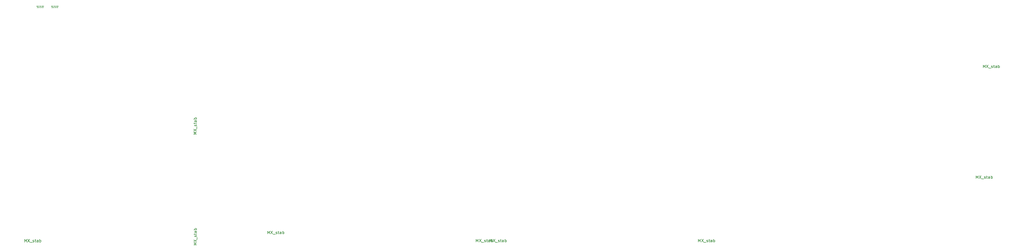
<source format=gbr>
%TF.GenerationSoftware,KiCad,Pcbnew,8.0.0*%
%TF.CreationDate,2024-12-21T07:53:57-08:00*%
%TF.ProjectId,Hampter3.1,48616d70-7465-4723-932e-312e6b696361,rev?*%
%TF.SameCoordinates,Original*%
%TF.FileFunction,Other,Comment*%
%FSLAX46Y46*%
G04 Gerber Fmt 4.6, Leading zero omitted, Abs format (unit mm)*
G04 Created by KiCad (PCBNEW 8.0.0) date 2024-12-21 07:53:57*
%MOMM*%
%LPD*%
G01*
G04 APERTURE LIST*
%ADD10C,0.150000*%
%ADD11C,0.030000*%
G04 APERTURE END LIST*
D10*
X190711346Y-254024835D02*
X189711346Y-254024835D01*
X189711346Y-254024835D02*
X190425631Y-253691502D01*
X190425631Y-253691502D02*
X189711346Y-253358169D01*
X189711346Y-253358169D02*
X190711346Y-253358169D01*
X189711346Y-252977216D02*
X190711346Y-252310550D01*
X189711346Y-252310550D02*
X190711346Y-252977216D01*
X190806584Y-252167693D02*
X190806584Y-251405788D01*
X190663727Y-251215311D02*
X190711346Y-251120073D01*
X190711346Y-251120073D02*
X190711346Y-250929597D01*
X190711346Y-250929597D02*
X190663727Y-250834359D01*
X190663727Y-250834359D02*
X190568488Y-250786740D01*
X190568488Y-250786740D02*
X190520869Y-250786740D01*
X190520869Y-250786740D02*
X190425631Y-250834359D01*
X190425631Y-250834359D02*
X190378012Y-250929597D01*
X190378012Y-250929597D02*
X190378012Y-251072454D01*
X190378012Y-251072454D02*
X190330393Y-251167692D01*
X190330393Y-251167692D02*
X190235155Y-251215311D01*
X190235155Y-251215311D02*
X190187536Y-251215311D01*
X190187536Y-251215311D02*
X190092298Y-251167692D01*
X190092298Y-251167692D02*
X190044679Y-251072454D01*
X190044679Y-251072454D02*
X190044679Y-250929597D01*
X190044679Y-250929597D02*
X190092298Y-250834359D01*
X190044679Y-250501025D02*
X190044679Y-250120073D01*
X189711346Y-250358168D02*
X190568488Y-250358168D01*
X190568488Y-250358168D02*
X190663727Y-250310549D01*
X190663727Y-250310549D02*
X190711346Y-250215311D01*
X190711346Y-250215311D02*
X190711346Y-250120073D01*
X190711346Y-249358168D02*
X190187536Y-249358168D01*
X190187536Y-249358168D02*
X190092298Y-249405787D01*
X190092298Y-249405787D02*
X190044679Y-249501025D01*
X190044679Y-249501025D02*
X190044679Y-249691501D01*
X190044679Y-249691501D02*
X190092298Y-249786739D01*
X190663727Y-249358168D02*
X190711346Y-249453406D01*
X190711346Y-249453406D02*
X190711346Y-249691501D01*
X190711346Y-249691501D02*
X190663727Y-249786739D01*
X190663727Y-249786739D02*
X190568488Y-249834358D01*
X190568488Y-249834358D02*
X190473250Y-249834358D01*
X190473250Y-249834358D02*
X190378012Y-249786739D01*
X190378012Y-249786739D02*
X190330393Y-249691501D01*
X190330393Y-249691501D02*
X190330393Y-249453406D01*
X190330393Y-249453406D02*
X190282774Y-249358168D01*
X190711346Y-248881977D02*
X189711346Y-248881977D01*
X190092298Y-248881977D02*
X190044679Y-248786739D01*
X190044679Y-248786739D02*
X190044679Y-248596263D01*
X190044679Y-248596263D02*
X190092298Y-248501025D01*
X190092298Y-248501025D02*
X190139917Y-248453406D01*
X190139917Y-248453406D02*
X190235155Y-248405787D01*
X190235155Y-248405787D02*
X190520869Y-248405787D01*
X190520869Y-248405787D02*
X190616107Y-248453406D01*
X190616107Y-248453406D02*
X190663727Y-248501025D01*
X190663727Y-248501025D02*
X190711346Y-248596263D01*
X190711346Y-248596263D02*
X190711346Y-248786739D01*
X190711346Y-248786739D02*
X190663727Y-248881977D01*
X286552034Y-253057819D02*
X286552034Y-252057819D01*
X286552034Y-252057819D02*
X286885367Y-252772104D01*
X286885367Y-252772104D02*
X287218700Y-252057819D01*
X287218700Y-252057819D02*
X287218700Y-253057819D01*
X287599653Y-252057819D02*
X288266319Y-253057819D01*
X288266319Y-252057819D02*
X287599653Y-253057819D01*
X288409177Y-253153057D02*
X289171081Y-253153057D01*
X289361558Y-253010200D02*
X289456796Y-253057819D01*
X289456796Y-253057819D02*
X289647272Y-253057819D01*
X289647272Y-253057819D02*
X289742510Y-253010200D01*
X289742510Y-253010200D02*
X289790129Y-252914961D01*
X289790129Y-252914961D02*
X289790129Y-252867342D01*
X289790129Y-252867342D02*
X289742510Y-252772104D01*
X289742510Y-252772104D02*
X289647272Y-252724485D01*
X289647272Y-252724485D02*
X289504415Y-252724485D01*
X289504415Y-252724485D02*
X289409177Y-252676866D01*
X289409177Y-252676866D02*
X289361558Y-252581628D01*
X289361558Y-252581628D02*
X289361558Y-252534009D01*
X289361558Y-252534009D02*
X289409177Y-252438771D01*
X289409177Y-252438771D02*
X289504415Y-252391152D01*
X289504415Y-252391152D02*
X289647272Y-252391152D01*
X289647272Y-252391152D02*
X289742510Y-252438771D01*
X290075844Y-252391152D02*
X290456796Y-252391152D01*
X290218701Y-252057819D02*
X290218701Y-252914961D01*
X290218701Y-252914961D02*
X290266320Y-253010200D01*
X290266320Y-253010200D02*
X290361558Y-253057819D01*
X290361558Y-253057819D02*
X290456796Y-253057819D01*
X291218701Y-253057819D02*
X291218701Y-252534009D01*
X291218701Y-252534009D02*
X291171082Y-252438771D01*
X291171082Y-252438771D02*
X291075844Y-252391152D01*
X291075844Y-252391152D02*
X290885368Y-252391152D01*
X290885368Y-252391152D02*
X290790130Y-252438771D01*
X291218701Y-253010200D02*
X291123463Y-253057819D01*
X291123463Y-253057819D02*
X290885368Y-253057819D01*
X290885368Y-253057819D02*
X290790130Y-253010200D01*
X290790130Y-253010200D02*
X290742511Y-252914961D01*
X290742511Y-252914961D02*
X290742511Y-252819723D01*
X290742511Y-252819723D02*
X290790130Y-252724485D01*
X290790130Y-252724485D02*
X290885368Y-252676866D01*
X290885368Y-252676866D02*
X291123463Y-252676866D01*
X291123463Y-252676866D02*
X291218701Y-252629247D01*
X291694892Y-253057819D02*
X291694892Y-252057819D01*
X291694892Y-252438771D02*
X291790130Y-252391152D01*
X291790130Y-252391152D02*
X291980606Y-252391152D01*
X291980606Y-252391152D02*
X292075844Y-252438771D01*
X292075844Y-252438771D02*
X292123463Y-252486390D01*
X292123463Y-252486390D02*
X292171082Y-252581628D01*
X292171082Y-252581628D02*
X292171082Y-252867342D01*
X292171082Y-252867342D02*
X292123463Y-252962580D01*
X292123463Y-252962580D02*
X292075844Y-253010200D01*
X292075844Y-253010200D02*
X291980606Y-253057819D01*
X291980606Y-253057819D02*
X291790130Y-253057819D01*
X291790130Y-253057819D02*
X291694892Y-253010200D01*
X131718657Y-253081909D02*
X131718657Y-252081909D01*
X131718657Y-252081909D02*
X132051990Y-252796194D01*
X132051990Y-252796194D02*
X132385323Y-252081909D01*
X132385323Y-252081909D02*
X132385323Y-253081909D01*
X132766276Y-252081909D02*
X133432942Y-253081909D01*
X133432942Y-252081909D02*
X132766276Y-253081909D01*
X133575800Y-253177147D02*
X134337704Y-253177147D01*
X134528181Y-253034290D02*
X134623419Y-253081909D01*
X134623419Y-253081909D02*
X134813895Y-253081909D01*
X134813895Y-253081909D02*
X134909133Y-253034290D01*
X134909133Y-253034290D02*
X134956752Y-252939051D01*
X134956752Y-252939051D02*
X134956752Y-252891432D01*
X134956752Y-252891432D02*
X134909133Y-252796194D01*
X134909133Y-252796194D02*
X134813895Y-252748575D01*
X134813895Y-252748575D02*
X134671038Y-252748575D01*
X134671038Y-252748575D02*
X134575800Y-252700956D01*
X134575800Y-252700956D02*
X134528181Y-252605718D01*
X134528181Y-252605718D02*
X134528181Y-252558099D01*
X134528181Y-252558099D02*
X134575800Y-252462861D01*
X134575800Y-252462861D02*
X134671038Y-252415242D01*
X134671038Y-252415242D02*
X134813895Y-252415242D01*
X134813895Y-252415242D02*
X134909133Y-252462861D01*
X135242467Y-252415242D02*
X135623419Y-252415242D01*
X135385324Y-252081909D02*
X135385324Y-252939051D01*
X135385324Y-252939051D02*
X135432943Y-253034290D01*
X135432943Y-253034290D02*
X135528181Y-253081909D01*
X135528181Y-253081909D02*
X135623419Y-253081909D01*
X136385324Y-253081909D02*
X136385324Y-252558099D01*
X136385324Y-252558099D02*
X136337705Y-252462861D01*
X136337705Y-252462861D02*
X136242467Y-252415242D01*
X136242467Y-252415242D02*
X136051991Y-252415242D01*
X136051991Y-252415242D02*
X135956753Y-252462861D01*
X136385324Y-253034290D02*
X136290086Y-253081909D01*
X136290086Y-253081909D02*
X136051991Y-253081909D01*
X136051991Y-253081909D02*
X135956753Y-253034290D01*
X135956753Y-253034290D02*
X135909134Y-252939051D01*
X135909134Y-252939051D02*
X135909134Y-252843813D01*
X135909134Y-252843813D02*
X135956753Y-252748575D01*
X135956753Y-252748575D02*
X136051991Y-252700956D01*
X136051991Y-252700956D02*
X136290086Y-252700956D01*
X136290086Y-252700956D02*
X136385324Y-252653337D01*
X136861515Y-253081909D02*
X136861515Y-252081909D01*
X136861515Y-252462861D02*
X136956753Y-252415242D01*
X136956753Y-252415242D02*
X137147229Y-252415242D01*
X137147229Y-252415242D02*
X137242467Y-252462861D01*
X137242467Y-252462861D02*
X137290086Y-252510480D01*
X137290086Y-252510480D02*
X137337705Y-252605718D01*
X137337705Y-252605718D02*
X137337705Y-252891432D01*
X137337705Y-252891432D02*
X137290086Y-252986670D01*
X137290086Y-252986670D02*
X137242467Y-253034290D01*
X137242467Y-253034290D02*
X137147229Y-253081909D01*
X137147229Y-253081909D02*
X136956753Y-253081909D01*
X136956753Y-253081909D02*
X136861515Y-253034290D01*
X457980073Y-231213819D02*
X457980073Y-230213819D01*
X457980073Y-230213819D02*
X458313406Y-230928104D01*
X458313406Y-230928104D02*
X458646739Y-230213819D01*
X458646739Y-230213819D02*
X458646739Y-231213819D01*
X459027692Y-230213819D02*
X459694358Y-231213819D01*
X459694358Y-230213819D02*
X459027692Y-231213819D01*
X459837216Y-231309057D02*
X460599120Y-231309057D01*
X460789597Y-231166200D02*
X460884835Y-231213819D01*
X460884835Y-231213819D02*
X461075311Y-231213819D01*
X461075311Y-231213819D02*
X461170549Y-231166200D01*
X461170549Y-231166200D02*
X461218168Y-231070961D01*
X461218168Y-231070961D02*
X461218168Y-231023342D01*
X461218168Y-231023342D02*
X461170549Y-230928104D01*
X461170549Y-230928104D02*
X461075311Y-230880485D01*
X461075311Y-230880485D02*
X460932454Y-230880485D01*
X460932454Y-230880485D02*
X460837216Y-230832866D01*
X460837216Y-230832866D02*
X460789597Y-230737628D01*
X460789597Y-230737628D02*
X460789597Y-230690009D01*
X460789597Y-230690009D02*
X460837216Y-230594771D01*
X460837216Y-230594771D02*
X460932454Y-230547152D01*
X460932454Y-230547152D02*
X461075311Y-230547152D01*
X461075311Y-230547152D02*
X461170549Y-230594771D01*
X461503883Y-230547152D02*
X461884835Y-230547152D01*
X461646740Y-230213819D02*
X461646740Y-231070961D01*
X461646740Y-231070961D02*
X461694359Y-231166200D01*
X461694359Y-231166200D02*
X461789597Y-231213819D01*
X461789597Y-231213819D02*
X461884835Y-231213819D01*
X462646740Y-231213819D02*
X462646740Y-230690009D01*
X462646740Y-230690009D02*
X462599121Y-230594771D01*
X462599121Y-230594771D02*
X462503883Y-230547152D01*
X462503883Y-230547152D02*
X462313407Y-230547152D01*
X462313407Y-230547152D02*
X462218169Y-230594771D01*
X462646740Y-231166200D02*
X462551502Y-231213819D01*
X462551502Y-231213819D02*
X462313407Y-231213819D01*
X462313407Y-231213819D02*
X462218169Y-231166200D01*
X462218169Y-231166200D02*
X462170550Y-231070961D01*
X462170550Y-231070961D02*
X462170550Y-230975723D01*
X462170550Y-230975723D02*
X462218169Y-230880485D01*
X462218169Y-230880485D02*
X462313407Y-230832866D01*
X462313407Y-230832866D02*
X462551502Y-230832866D01*
X462551502Y-230832866D02*
X462646740Y-230785247D01*
X463122931Y-231213819D02*
X463122931Y-230213819D01*
X463122931Y-230594771D02*
X463218169Y-230547152D01*
X463218169Y-230547152D02*
X463408645Y-230547152D01*
X463408645Y-230547152D02*
X463503883Y-230594771D01*
X463503883Y-230594771D02*
X463551502Y-230642390D01*
X463551502Y-230642390D02*
X463599121Y-230737628D01*
X463599121Y-230737628D02*
X463599121Y-231023342D01*
X463599121Y-231023342D02*
X463551502Y-231118580D01*
X463551502Y-231118580D02*
X463503883Y-231166200D01*
X463503883Y-231166200D02*
X463408645Y-231213819D01*
X463408645Y-231213819D02*
X463218169Y-231213819D01*
X463218169Y-231213819D02*
X463122931Y-231166200D01*
X190700819Y-215923463D02*
X189700819Y-215923463D01*
X189700819Y-215923463D02*
X190415104Y-215590130D01*
X190415104Y-215590130D02*
X189700819Y-215256797D01*
X189700819Y-215256797D02*
X190700819Y-215256797D01*
X189700819Y-214875844D02*
X190700819Y-214209178D01*
X189700819Y-214209178D02*
X190700819Y-214875844D01*
X190796057Y-214066321D02*
X190796057Y-213304416D01*
X190653200Y-213113939D02*
X190700819Y-213018701D01*
X190700819Y-213018701D02*
X190700819Y-212828225D01*
X190700819Y-212828225D02*
X190653200Y-212732987D01*
X190653200Y-212732987D02*
X190557961Y-212685368D01*
X190557961Y-212685368D02*
X190510342Y-212685368D01*
X190510342Y-212685368D02*
X190415104Y-212732987D01*
X190415104Y-212732987D02*
X190367485Y-212828225D01*
X190367485Y-212828225D02*
X190367485Y-212971082D01*
X190367485Y-212971082D02*
X190319866Y-213066320D01*
X190319866Y-213066320D02*
X190224628Y-213113939D01*
X190224628Y-213113939D02*
X190177009Y-213113939D01*
X190177009Y-213113939D02*
X190081771Y-213066320D01*
X190081771Y-213066320D02*
X190034152Y-212971082D01*
X190034152Y-212971082D02*
X190034152Y-212828225D01*
X190034152Y-212828225D02*
X190081771Y-212732987D01*
X190034152Y-212399653D02*
X190034152Y-212018701D01*
X189700819Y-212256796D02*
X190557961Y-212256796D01*
X190557961Y-212256796D02*
X190653200Y-212209177D01*
X190653200Y-212209177D02*
X190700819Y-212113939D01*
X190700819Y-212113939D02*
X190700819Y-212018701D01*
X190700819Y-211256796D02*
X190177009Y-211256796D01*
X190177009Y-211256796D02*
X190081771Y-211304415D01*
X190081771Y-211304415D02*
X190034152Y-211399653D01*
X190034152Y-211399653D02*
X190034152Y-211590129D01*
X190034152Y-211590129D02*
X190081771Y-211685367D01*
X190653200Y-211256796D02*
X190700819Y-211352034D01*
X190700819Y-211352034D02*
X190700819Y-211590129D01*
X190700819Y-211590129D02*
X190653200Y-211685367D01*
X190653200Y-211685367D02*
X190557961Y-211732986D01*
X190557961Y-211732986D02*
X190462723Y-211732986D01*
X190462723Y-211732986D02*
X190367485Y-211685367D01*
X190367485Y-211685367D02*
X190319866Y-211590129D01*
X190319866Y-211590129D02*
X190319866Y-211352034D01*
X190319866Y-211352034D02*
X190272247Y-211256796D01*
X190700819Y-210780605D02*
X189700819Y-210780605D01*
X190081771Y-210780605D02*
X190034152Y-210685367D01*
X190034152Y-210685367D02*
X190034152Y-210494891D01*
X190034152Y-210494891D02*
X190081771Y-210399653D01*
X190081771Y-210399653D02*
X190129390Y-210352034D01*
X190129390Y-210352034D02*
X190224628Y-210304415D01*
X190224628Y-210304415D02*
X190510342Y-210304415D01*
X190510342Y-210304415D02*
X190605580Y-210352034D01*
X190605580Y-210352034D02*
X190653200Y-210399653D01*
X190653200Y-210399653D02*
X190700819Y-210494891D01*
X190700819Y-210494891D02*
X190700819Y-210685367D01*
X190700819Y-210685367D02*
X190653200Y-210780605D01*
X460397079Y-193112894D02*
X460397079Y-192112894D01*
X460397079Y-192112894D02*
X460730412Y-192827179D01*
X460730412Y-192827179D02*
X461063745Y-192112894D01*
X461063745Y-192112894D02*
X461063745Y-193112894D01*
X461444698Y-192112894D02*
X462111364Y-193112894D01*
X462111364Y-192112894D02*
X461444698Y-193112894D01*
X462254222Y-193208132D02*
X463016126Y-193208132D01*
X463206603Y-193065275D02*
X463301841Y-193112894D01*
X463301841Y-193112894D02*
X463492317Y-193112894D01*
X463492317Y-193112894D02*
X463587555Y-193065275D01*
X463587555Y-193065275D02*
X463635174Y-192970036D01*
X463635174Y-192970036D02*
X463635174Y-192922417D01*
X463635174Y-192922417D02*
X463587555Y-192827179D01*
X463587555Y-192827179D02*
X463492317Y-192779560D01*
X463492317Y-192779560D02*
X463349460Y-192779560D01*
X463349460Y-192779560D02*
X463254222Y-192731941D01*
X463254222Y-192731941D02*
X463206603Y-192636703D01*
X463206603Y-192636703D02*
X463206603Y-192589084D01*
X463206603Y-192589084D02*
X463254222Y-192493846D01*
X463254222Y-192493846D02*
X463349460Y-192446227D01*
X463349460Y-192446227D02*
X463492317Y-192446227D01*
X463492317Y-192446227D02*
X463587555Y-192493846D01*
X463920889Y-192446227D02*
X464301841Y-192446227D01*
X464063746Y-192112894D02*
X464063746Y-192970036D01*
X464063746Y-192970036D02*
X464111365Y-193065275D01*
X464111365Y-193065275D02*
X464206603Y-193112894D01*
X464206603Y-193112894D02*
X464301841Y-193112894D01*
X465063746Y-193112894D02*
X465063746Y-192589084D01*
X465063746Y-192589084D02*
X465016127Y-192493846D01*
X465016127Y-192493846D02*
X464920889Y-192446227D01*
X464920889Y-192446227D02*
X464730413Y-192446227D01*
X464730413Y-192446227D02*
X464635175Y-192493846D01*
X465063746Y-193065275D02*
X464968508Y-193112894D01*
X464968508Y-193112894D02*
X464730413Y-193112894D01*
X464730413Y-193112894D02*
X464635175Y-193065275D01*
X464635175Y-193065275D02*
X464587556Y-192970036D01*
X464587556Y-192970036D02*
X464587556Y-192874798D01*
X464587556Y-192874798D02*
X464635175Y-192779560D01*
X464635175Y-192779560D02*
X464730413Y-192731941D01*
X464730413Y-192731941D02*
X464968508Y-192731941D01*
X464968508Y-192731941D02*
X465063746Y-192684322D01*
X465539937Y-193112894D02*
X465539937Y-192112894D01*
X465539937Y-192493846D02*
X465635175Y-192446227D01*
X465635175Y-192446227D02*
X465825651Y-192446227D01*
X465825651Y-192446227D02*
X465920889Y-192493846D01*
X465920889Y-192493846D02*
X465968508Y-192541465D01*
X465968508Y-192541465D02*
X466016127Y-192636703D01*
X466016127Y-192636703D02*
X466016127Y-192922417D01*
X466016127Y-192922417D02*
X465968508Y-193017655D01*
X465968508Y-193017655D02*
X465920889Y-193065275D01*
X465920889Y-193065275D02*
X465825651Y-193112894D01*
X465825651Y-193112894D02*
X465635175Y-193112894D01*
X465635175Y-193112894D02*
X465539937Y-193065275D01*
X362752034Y-253057819D02*
X362752034Y-252057819D01*
X362752034Y-252057819D02*
X363085367Y-252772104D01*
X363085367Y-252772104D02*
X363418700Y-252057819D01*
X363418700Y-252057819D02*
X363418700Y-253057819D01*
X363799653Y-252057819D02*
X364466319Y-253057819D01*
X364466319Y-252057819D02*
X363799653Y-253057819D01*
X364609177Y-253153057D02*
X365371081Y-253153057D01*
X365561558Y-253010200D02*
X365656796Y-253057819D01*
X365656796Y-253057819D02*
X365847272Y-253057819D01*
X365847272Y-253057819D02*
X365942510Y-253010200D01*
X365942510Y-253010200D02*
X365990129Y-252914961D01*
X365990129Y-252914961D02*
X365990129Y-252867342D01*
X365990129Y-252867342D02*
X365942510Y-252772104D01*
X365942510Y-252772104D02*
X365847272Y-252724485D01*
X365847272Y-252724485D02*
X365704415Y-252724485D01*
X365704415Y-252724485D02*
X365609177Y-252676866D01*
X365609177Y-252676866D02*
X365561558Y-252581628D01*
X365561558Y-252581628D02*
X365561558Y-252534009D01*
X365561558Y-252534009D02*
X365609177Y-252438771D01*
X365609177Y-252438771D02*
X365704415Y-252391152D01*
X365704415Y-252391152D02*
X365847272Y-252391152D01*
X365847272Y-252391152D02*
X365942510Y-252438771D01*
X366275844Y-252391152D02*
X366656796Y-252391152D01*
X366418701Y-252057819D02*
X366418701Y-252914961D01*
X366418701Y-252914961D02*
X366466320Y-253010200D01*
X366466320Y-253010200D02*
X366561558Y-253057819D01*
X366561558Y-253057819D02*
X366656796Y-253057819D01*
X367418701Y-253057819D02*
X367418701Y-252534009D01*
X367418701Y-252534009D02*
X367371082Y-252438771D01*
X367371082Y-252438771D02*
X367275844Y-252391152D01*
X367275844Y-252391152D02*
X367085368Y-252391152D01*
X367085368Y-252391152D02*
X366990130Y-252438771D01*
X367418701Y-253010200D02*
X367323463Y-253057819D01*
X367323463Y-253057819D02*
X367085368Y-253057819D01*
X367085368Y-253057819D02*
X366990130Y-253010200D01*
X366990130Y-253010200D02*
X366942511Y-252914961D01*
X366942511Y-252914961D02*
X366942511Y-252819723D01*
X366942511Y-252819723D02*
X366990130Y-252724485D01*
X366990130Y-252724485D02*
X367085368Y-252676866D01*
X367085368Y-252676866D02*
X367323463Y-252676866D01*
X367323463Y-252676866D02*
X367418701Y-252629247D01*
X367894892Y-253057819D02*
X367894892Y-252057819D01*
X367894892Y-252438771D02*
X367990130Y-252391152D01*
X367990130Y-252391152D02*
X368180606Y-252391152D01*
X368180606Y-252391152D02*
X368275844Y-252438771D01*
X368275844Y-252438771D02*
X368323463Y-252486390D01*
X368323463Y-252486390D02*
X368371082Y-252581628D01*
X368371082Y-252581628D02*
X368371082Y-252867342D01*
X368371082Y-252867342D02*
X368323463Y-252962580D01*
X368323463Y-252962580D02*
X368275844Y-253010200D01*
X368275844Y-253010200D02*
X368180606Y-253057819D01*
X368180606Y-253057819D02*
X367990130Y-253057819D01*
X367990130Y-253057819D02*
X367894892Y-253010200D01*
X215051034Y-250263819D02*
X215051034Y-249263819D01*
X215051034Y-249263819D02*
X215384367Y-249978104D01*
X215384367Y-249978104D02*
X215717700Y-249263819D01*
X215717700Y-249263819D02*
X215717700Y-250263819D01*
X216098653Y-249263819D02*
X216765319Y-250263819D01*
X216765319Y-249263819D02*
X216098653Y-250263819D01*
X216908177Y-250359057D02*
X217670081Y-250359057D01*
X217860558Y-250216200D02*
X217955796Y-250263819D01*
X217955796Y-250263819D02*
X218146272Y-250263819D01*
X218146272Y-250263819D02*
X218241510Y-250216200D01*
X218241510Y-250216200D02*
X218289129Y-250120961D01*
X218289129Y-250120961D02*
X218289129Y-250073342D01*
X218289129Y-250073342D02*
X218241510Y-249978104D01*
X218241510Y-249978104D02*
X218146272Y-249930485D01*
X218146272Y-249930485D02*
X218003415Y-249930485D01*
X218003415Y-249930485D02*
X217908177Y-249882866D01*
X217908177Y-249882866D02*
X217860558Y-249787628D01*
X217860558Y-249787628D02*
X217860558Y-249740009D01*
X217860558Y-249740009D02*
X217908177Y-249644771D01*
X217908177Y-249644771D02*
X218003415Y-249597152D01*
X218003415Y-249597152D02*
X218146272Y-249597152D01*
X218146272Y-249597152D02*
X218241510Y-249644771D01*
X218574844Y-249597152D02*
X218955796Y-249597152D01*
X218717701Y-249263819D02*
X218717701Y-250120961D01*
X218717701Y-250120961D02*
X218765320Y-250216200D01*
X218765320Y-250216200D02*
X218860558Y-250263819D01*
X218860558Y-250263819D02*
X218955796Y-250263819D01*
X219717701Y-250263819D02*
X219717701Y-249740009D01*
X219717701Y-249740009D02*
X219670082Y-249644771D01*
X219670082Y-249644771D02*
X219574844Y-249597152D01*
X219574844Y-249597152D02*
X219384368Y-249597152D01*
X219384368Y-249597152D02*
X219289130Y-249644771D01*
X219717701Y-250216200D02*
X219622463Y-250263819D01*
X219622463Y-250263819D02*
X219384368Y-250263819D01*
X219384368Y-250263819D02*
X219289130Y-250216200D01*
X219289130Y-250216200D02*
X219241511Y-250120961D01*
X219241511Y-250120961D02*
X219241511Y-250025723D01*
X219241511Y-250025723D02*
X219289130Y-249930485D01*
X219289130Y-249930485D02*
X219384368Y-249882866D01*
X219384368Y-249882866D02*
X219622463Y-249882866D01*
X219622463Y-249882866D02*
X219717701Y-249835247D01*
X220193892Y-250263819D02*
X220193892Y-249263819D01*
X220193892Y-249644771D02*
X220289130Y-249597152D01*
X220289130Y-249597152D02*
X220479606Y-249597152D01*
X220479606Y-249597152D02*
X220574844Y-249644771D01*
X220574844Y-249644771D02*
X220622463Y-249692390D01*
X220622463Y-249692390D02*
X220670082Y-249787628D01*
X220670082Y-249787628D02*
X220670082Y-250073342D01*
X220670082Y-250073342D02*
X220622463Y-250168580D01*
X220622463Y-250168580D02*
X220574844Y-250216200D01*
X220574844Y-250216200D02*
X220479606Y-250263819D01*
X220479606Y-250263819D02*
X220289130Y-250263819D01*
X220289130Y-250263819D02*
X220193892Y-250216200D01*
X291290622Y-253061775D02*
X291290622Y-252061775D01*
X291290622Y-252061775D02*
X291623955Y-252776060D01*
X291623955Y-252776060D02*
X291957288Y-252061775D01*
X291957288Y-252061775D02*
X291957288Y-253061775D01*
X292338241Y-252061775D02*
X293004907Y-253061775D01*
X293004907Y-252061775D02*
X292338241Y-253061775D01*
X293147765Y-253157013D02*
X293909669Y-253157013D01*
X294100146Y-253014156D02*
X294195384Y-253061775D01*
X294195384Y-253061775D02*
X294385860Y-253061775D01*
X294385860Y-253061775D02*
X294481098Y-253014156D01*
X294481098Y-253014156D02*
X294528717Y-252918917D01*
X294528717Y-252918917D02*
X294528717Y-252871298D01*
X294528717Y-252871298D02*
X294481098Y-252776060D01*
X294481098Y-252776060D02*
X294385860Y-252728441D01*
X294385860Y-252728441D02*
X294243003Y-252728441D01*
X294243003Y-252728441D02*
X294147765Y-252680822D01*
X294147765Y-252680822D02*
X294100146Y-252585584D01*
X294100146Y-252585584D02*
X294100146Y-252537965D01*
X294100146Y-252537965D02*
X294147765Y-252442727D01*
X294147765Y-252442727D02*
X294243003Y-252395108D01*
X294243003Y-252395108D02*
X294385860Y-252395108D01*
X294385860Y-252395108D02*
X294481098Y-252442727D01*
X294814432Y-252395108D02*
X295195384Y-252395108D01*
X294957289Y-252061775D02*
X294957289Y-252918917D01*
X294957289Y-252918917D02*
X295004908Y-253014156D01*
X295004908Y-253014156D02*
X295100146Y-253061775D01*
X295100146Y-253061775D02*
X295195384Y-253061775D01*
X295957289Y-253061775D02*
X295957289Y-252537965D01*
X295957289Y-252537965D02*
X295909670Y-252442727D01*
X295909670Y-252442727D02*
X295814432Y-252395108D01*
X295814432Y-252395108D02*
X295623956Y-252395108D01*
X295623956Y-252395108D02*
X295528718Y-252442727D01*
X295957289Y-253014156D02*
X295862051Y-253061775D01*
X295862051Y-253061775D02*
X295623956Y-253061775D01*
X295623956Y-253061775D02*
X295528718Y-253014156D01*
X295528718Y-253014156D02*
X295481099Y-252918917D01*
X295481099Y-252918917D02*
X295481099Y-252823679D01*
X295481099Y-252823679D02*
X295528718Y-252728441D01*
X295528718Y-252728441D02*
X295623956Y-252680822D01*
X295623956Y-252680822D02*
X295862051Y-252680822D01*
X295862051Y-252680822D02*
X295957289Y-252633203D01*
X296433480Y-253061775D02*
X296433480Y-252061775D01*
X296433480Y-252442727D02*
X296528718Y-252395108D01*
X296528718Y-252395108D02*
X296719194Y-252395108D01*
X296719194Y-252395108D02*
X296814432Y-252442727D01*
X296814432Y-252442727D02*
X296862051Y-252490346D01*
X296862051Y-252490346D02*
X296909670Y-252585584D01*
X296909670Y-252585584D02*
X296909670Y-252871298D01*
X296909670Y-252871298D02*
X296862051Y-252966536D01*
X296862051Y-252966536D02*
X296814432Y-253014156D01*
X296814432Y-253014156D02*
X296719194Y-253061775D01*
X296719194Y-253061775D02*
X296528718Y-253061775D01*
X296528718Y-253061775D02*
X296433480Y-253014156D01*
D11*
X143235284Y-172030963D02*
X143235284Y-171830963D01*
X143120999Y-172030963D02*
X143206713Y-171916678D01*
X143120999Y-171830963D02*
X143235284Y-171945249D01*
X143035284Y-171926201D02*
X142968618Y-171926201D01*
X142940046Y-172030963D02*
X143035284Y-172030963D01*
X143035284Y-172030963D02*
X143035284Y-171830963D01*
X143035284Y-171830963D02*
X142940046Y-171830963D01*
X142854332Y-171926201D02*
X142787666Y-171926201D01*
X142759094Y-172030963D02*
X142854332Y-172030963D01*
X142854332Y-172030963D02*
X142854332Y-171830963D01*
X142854332Y-171830963D02*
X142759094Y-171830963D01*
X142673380Y-172030963D02*
X142673380Y-171830963D01*
X142673380Y-171830963D02*
X142597190Y-171830963D01*
X142597190Y-171830963D02*
X142578142Y-171840487D01*
X142578142Y-171840487D02*
X142568619Y-171850011D01*
X142568619Y-171850011D02*
X142559095Y-171869059D01*
X142559095Y-171869059D02*
X142559095Y-171897630D01*
X142559095Y-171897630D02*
X142568619Y-171916678D01*
X142568619Y-171916678D02*
X142578142Y-171926201D01*
X142578142Y-171926201D02*
X142597190Y-171935725D01*
X142597190Y-171935725D02*
X142673380Y-171935725D01*
X142473380Y-171954773D02*
X142321000Y-171954773D01*
X142187666Y-171830963D02*
X142149571Y-171830963D01*
X142149571Y-171830963D02*
X142130523Y-171840487D01*
X142130523Y-171840487D02*
X142111476Y-171859535D01*
X142111476Y-171859535D02*
X142101952Y-171897630D01*
X142101952Y-171897630D02*
X142101952Y-171964297D01*
X142101952Y-171964297D02*
X142111476Y-172002392D01*
X142111476Y-172002392D02*
X142130523Y-172021440D01*
X142130523Y-172021440D02*
X142149571Y-172030963D01*
X142149571Y-172030963D02*
X142187666Y-172030963D01*
X142187666Y-172030963D02*
X142206714Y-172021440D01*
X142206714Y-172021440D02*
X142225761Y-172002392D01*
X142225761Y-172002392D02*
X142235285Y-171964297D01*
X142235285Y-171964297D02*
X142235285Y-171897630D01*
X142235285Y-171897630D02*
X142225761Y-171859535D01*
X142225761Y-171859535D02*
X142206714Y-171840487D01*
X142206714Y-171840487D02*
X142187666Y-171830963D01*
X142016237Y-171830963D02*
X142016237Y-171992868D01*
X142016237Y-171992868D02*
X142006714Y-172011916D01*
X142006714Y-172011916D02*
X141997190Y-172021440D01*
X141997190Y-172021440D02*
X141978142Y-172030963D01*
X141978142Y-172030963D02*
X141940047Y-172030963D01*
X141940047Y-172030963D02*
X141920999Y-172021440D01*
X141920999Y-172021440D02*
X141911476Y-172011916D01*
X141911476Y-172011916D02*
X141901952Y-171992868D01*
X141901952Y-171992868D02*
X141901952Y-171830963D01*
X141835285Y-171830963D02*
X141720999Y-171830963D01*
X141778142Y-172030963D02*
X141778142Y-171830963D01*
X141520999Y-171830963D02*
X141387666Y-171830963D01*
X141387666Y-171830963D02*
X141520999Y-172030963D01*
X141520999Y-172030963D02*
X141387666Y-172030963D01*
X141273380Y-171830963D02*
X141235285Y-171830963D01*
X141235285Y-171830963D02*
X141216237Y-171840487D01*
X141216237Y-171840487D02*
X141197190Y-171859535D01*
X141197190Y-171859535D02*
X141187666Y-171897630D01*
X141187666Y-171897630D02*
X141187666Y-171964297D01*
X141187666Y-171964297D02*
X141197190Y-172002392D01*
X141197190Y-172002392D02*
X141216237Y-172021440D01*
X141216237Y-172021440D02*
X141235285Y-172030963D01*
X141235285Y-172030963D02*
X141273380Y-172030963D01*
X141273380Y-172030963D02*
X141292428Y-172021440D01*
X141292428Y-172021440D02*
X141311475Y-172002392D01*
X141311475Y-172002392D02*
X141320999Y-171964297D01*
X141320999Y-171964297D02*
X141320999Y-171897630D01*
X141320999Y-171897630D02*
X141311475Y-171859535D01*
X141311475Y-171859535D02*
X141292428Y-171840487D01*
X141292428Y-171840487D02*
X141273380Y-171830963D01*
X141101951Y-172030963D02*
X141101951Y-171830963D01*
X141101951Y-171830963D02*
X140987666Y-172030963D01*
X140987666Y-172030963D02*
X140987666Y-171830963D01*
X140892427Y-171926201D02*
X140825761Y-171926201D01*
X140797189Y-172030963D02*
X140892427Y-172030963D01*
X140892427Y-172030963D02*
X140892427Y-171830963D01*
X140892427Y-171830963D02*
X140797189Y-171830963D01*
X138235284Y-172030963D02*
X138235284Y-171830963D01*
X138120999Y-172030963D02*
X138206713Y-171916678D01*
X138120999Y-171830963D02*
X138235284Y-171945249D01*
X138035284Y-171926201D02*
X137968618Y-171926201D01*
X137940046Y-172030963D02*
X138035284Y-172030963D01*
X138035284Y-172030963D02*
X138035284Y-171830963D01*
X138035284Y-171830963D02*
X137940046Y-171830963D01*
X137854332Y-171926201D02*
X137787666Y-171926201D01*
X137759094Y-172030963D02*
X137854332Y-172030963D01*
X137854332Y-172030963D02*
X137854332Y-171830963D01*
X137854332Y-171830963D02*
X137759094Y-171830963D01*
X137673380Y-172030963D02*
X137673380Y-171830963D01*
X137673380Y-171830963D02*
X137597190Y-171830963D01*
X137597190Y-171830963D02*
X137578142Y-171840487D01*
X137578142Y-171840487D02*
X137568619Y-171850011D01*
X137568619Y-171850011D02*
X137559095Y-171869059D01*
X137559095Y-171869059D02*
X137559095Y-171897630D01*
X137559095Y-171897630D02*
X137568619Y-171916678D01*
X137568619Y-171916678D02*
X137578142Y-171926201D01*
X137578142Y-171926201D02*
X137597190Y-171935725D01*
X137597190Y-171935725D02*
X137673380Y-171935725D01*
X137473380Y-171954773D02*
X137321000Y-171954773D01*
X137187666Y-171830963D02*
X137149571Y-171830963D01*
X137149571Y-171830963D02*
X137130523Y-171840487D01*
X137130523Y-171840487D02*
X137111476Y-171859535D01*
X137111476Y-171859535D02*
X137101952Y-171897630D01*
X137101952Y-171897630D02*
X137101952Y-171964297D01*
X137101952Y-171964297D02*
X137111476Y-172002392D01*
X137111476Y-172002392D02*
X137130523Y-172021440D01*
X137130523Y-172021440D02*
X137149571Y-172030963D01*
X137149571Y-172030963D02*
X137187666Y-172030963D01*
X137187666Y-172030963D02*
X137206714Y-172021440D01*
X137206714Y-172021440D02*
X137225761Y-172002392D01*
X137225761Y-172002392D02*
X137235285Y-171964297D01*
X137235285Y-171964297D02*
X137235285Y-171897630D01*
X137235285Y-171897630D02*
X137225761Y-171859535D01*
X137225761Y-171859535D02*
X137206714Y-171840487D01*
X137206714Y-171840487D02*
X137187666Y-171830963D01*
X137016237Y-171830963D02*
X137016237Y-171992868D01*
X137016237Y-171992868D02*
X137006714Y-172011916D01*
X137006714Y-172011916D02*
X136997190Y-172021440D01*
X136997190Y-172021440D02*
X136978142Y-172030963D01*
X136978142Y-172030963D02*
X136940047Y-172030963D01*
X136940047Y-172030963D02*
X136920999Y-172021440D01*
X136920999Y-172021440D02*
X136911476Y-172011916D01*
X136911476Y-172011916D02*
X136901952Y-171992868D01*
X136901952Y-171992868D02*
X136901952Y-171830963D01*
X136835285Y-171830963D02*
X136720999Y-171830963D01*
X136778142Y-172030963D02*
X136778142Y-171830963D01*
X136520999Y-171830963D02*
X136387666Y-171830963D01*
X136387666Y-171830963D02*
X136520999Y-172030963D01*
X136520999Y-172030963D02*
X136387666Y-172030963D01*
X136273380Y-171830963D02*
X136235285Y-171830963D01*
X136235285Y-171830963D02*
X136216237Y-171840487D01*
X136216237Y-171840487D02*
X136197190Y-171859535D01*
X136197190Y-171859535D02*
X136187666Y-171897630D01*
X136187666Y-171897630D02*
X136187666Y-171964297D01*
X136187666Y-171964297D02*
X136197190Y-172002392D01*
X136197190Y-172002392D02*
X136216237Y-172021440D01*
X136216237Y-172021440D02*
X136235285Y-172030963D01*
X136235285Y-172030963D02*
X136273380Y-172030963D01*
X136273380Y-172030963D02*
X136292428Y-172021440D01*
X136292428Y-172021440D02*
X136311475Y-172002392D01*
X136311475Y-172002392D02*
X136320999Y-171964297D01*
X136320999Y-171964297D02*
X136320999Y-171897630D01*
X136320999Y-171897630D02*
X136311475Y-171859535D01*
X136311475Y-171859535D02*
X136292428Y-171840487D01*
X136292428Y-171840487D02*
X136273380Y-171830963D01*
X136101951Y-172030963D02*
X136101951Y-171830963D01*
X136101951Y-171830963D02*
X135987666Y-172030963D01*
X135987666Y-172030963D02*
X135987666Y-171830963D01*
X135892427Y-171926201D02*
X135825761Y-171926201D01*
X135797189Y-172030963D02*
X135892427Y-172030963D01*
X135892427Y-172030963D02*
X135892427Y-171830963D01*
X135892427Y-171830963D02*
X135797189Y-171830963D01*
X143101952Y-172430963D02*
X143101952Y-172230963D01*
X143101952Y-172230963D02*
X142987667Y-172430963D01*
X142987667Y-172430963D02*
X142987667Y-172230963D01*
X142863857Y-172430963D02*
X142882905Y-172421440D01*
X142882905Y-172421440D02*
X142892428Y-172411916D01*
X142892428Y-172411916D02*
X142901952Y-172392868D01*
X142901952Y-172392868D02*
X142901952Y-172335725D01*
X142901952Y-172335725D02*
X142892428Y-172316678D01*
X142892428Y-172316678D02*
X142882905Y-172307154D01*
X142882905Y-172307154D02*
X142863857Y-172297630D01*
X142863857Y-172297630D02*
X142835286Y-172297630D01*
X142835286Y-172297630D02*
X142816238Y-172307154D01*
X142816238Y-172307154D02*
X142806714Y-172316678D01*
X142806714Y-172316678D02*
X142797190Y-172335725D01*
X142797190Y-172335725D02*
X142797190Y-172392868D01*
X142797190Y-172392868D02*
X142806714Y-172411916D01*
X142806714Y-172411916D02*
X142816238Y-172421440D01*
X142816238Y-172421440D02*
X142835286Y-172430963D01*
X142835286Y-172430963D02*
X142863857Y-172430963D01*
X142492429Y-172326201D02*
X142559095Y-172326201D01*
X142559095Y-172430963D02*
X142559095Y-172230963D01*
X142559095Y-172230963D02*
X142463857Y-172230963D01*
X142387666Y-172411916D02*
X142378143Y-172421440D01*
X142378143Y-172421440D02*
X142387666Y-172430963D01*
X142387666Y-172430963D02*
X142397190Y-172421440D01*
X142397190Y-172421440D02*
X142387666Y-172411916D01*
X142387666Y-172411916D02*
X142387666Y-172430963D01*
X142178143Y-172411916D02*
X142187667Y-172421440D01*
X142187667Y-172421440D02*
X142216238Y-172430963D01*
X142216238Y-172430963D02*
X142235286Y-172430963D01*
X142235286Y-172430963D02*
X142263857Y-172421440D01*
X142263857Y-172421440D02*
X142282905Y-172402392D01*
X142282905Y-172402392D02*
X142292428Y-172383344D01*
X142292428Y-172383344D02*
X142301952Y-172345249D01*
X142301952Y-172345249D02*
X142301952Y-172316678D01*
X142301952Y-172316678D02*
X142292428Y-172278582D01*
X142292428Y-172278582D02*
X142282905Y-172259535D01*
X142282905Y-172259535D02*
X142263857Y-172240487D01*
X142263857Y-172240487D02*
X142235286Y-172230963D01*
X142235286Y-172230963D02*
X142216238Y-172230963D01*
X142216238Y-172230963D02*
X142187667Y-172240487D01*
X142187667Y-172240487D02*
X142178143Y-172250011D01*
X142006714Y-172297630D02*
X142006714Y-172430963D01*
X142092428Y-172297630D02*
X142092428Y-172402392D01*
X142092428Y-172402392D02*
X142082905Y-172421440D01*
X142082905Y-172421440D02*
X142063857Y-172430963D01*
X142063857Y-172430963D02*
X142035286Y-172430963D01*
X142035286Y-172430963D02*
X142016238Y-172421440D01*
X142016238Y-172421440D02*
X142006714Y-172411916D01*
X141787667Y-172297630D02*
X141711476Y-172297630D01*
X141759095Y-172230963D02*
X141759095Y-172402392D01*
X141759095Y-172402392D02*
X141749572Y-172421440D01*
X141749572Y-172421440D02*
X141730524Y-172430963D01*
X141730524Y-172430963D02*
X141711476Y-172430963D01*
X141644809Y-172430963D02*
X141644809Y-172297630D01*
X141644809Y-172335725D02*
X141635286Y-172316678D01*
X141635286Y-172316678D02*
X141625762Y-172307154D01*
X141625762Y-172307154D02*
X141606714Y-172297630D01*
X141606714Y-172297630D02*
X141587667Y-172297630D01*
X141435285Y-172430963D02*
X141435285Y-172326201D01*
X141435285Y-172326201D02*
X141444809Y-172307154D01*
X141444809Y-172307154D02*
X141463857Y-172297630D01*
X141463857Y-172297630D02*
X141501952Y-172297630D01*
X141501952Y-172297630D02*
X141520999Y-172307154D01*
X141435285Y-172421440D02*
X141454333Y-172430963D01*
X141454333Y-172430963D02*
X141501952Y-172430963D01*
X141501952Y-172430963D02*
X141520999Y-172421440D01*
X141520999Y-172421440D02*
X141530523Y-172402392D01*
X141530523Y-172402392D02*
X141530523Y-172383344D01*
X141530523Y-172383344D02*
X141520999Y-172364297D01*
X141520999Y-172364297D02*
X141501952Y-172354773D01*
X141501952Y-172354773D02*
X141454333Y-172354773D01*
X141454333Y-172354773D02*
X141435285Y-172345249D01*
X141254333Y-172421440D02*
X141273381Y-172430963D01*
X141273381Y-172430963D02*
X141311476Y-172430963D01*
X141311476Y-172430963D02*
X141330524Y-172421440D01*
X141330524Y-172421440D02*
X141340047Y-172411916D01*
X141340047Y-172411916D02*
X141349571Y-172392868D01*
X141349571Y-172392868D02*
X141349571Y-172335725D01*
X141349571Y-172335725D02*
X141340047Y-172316678D01*
X141340047Y-172316678D02*
X141330524Y-172307154D01*
X141330524Y-172307154D02*
X141311476Y-172297630D01*
X141311476Y-172297630D02*
X141273381Y-172297630D01*
X141273381Y-172297630D02*
X141254333Y-172307154D01*
X141168618Y-172430963D02*
X141168618Y-172230963D01*
X141149571Y-172354773D02*
X141092428Y-172430963D01*
X141092428Y-172297630D02*
X141168618Y-172373820D01*
X141016237Y-172421440D02*
X140997190Y-172430963D01*
X140997190Y-172430963D02*
X140959094Y-172430963D01*
X140959094Y-172430963D02*
X140940047Y-172421440D01*
X140940047Y-172421440D02*
X140930523Y-172402392D01*
X140930523Y-172402392D02*
X140930523Y-172392868D01*
X140930523Y-172392868D02*
X140940047Y-172373820D01*
X140940047Y-172373820D02*
X140959094Y-172364297D01*
X140959094Y-172364297D02*
X140987666Y-172364297D01*
X140987666Y-172364297D02*
X141006713Y-172354773D01*
X141006713Y-172354773D02*
X141016237Y-172335725D01*
X141016237Y-172335725D02*
X141016237Y-172326201D01*
X141016237Y-172326201D02*
X141006713Y-172307154D01*
X141006713Y-172307154D02*
X140987666Y-172297630D01*
X140987666Y-172297630D02*
X140959094Y-172297630D01*
X140959094Y-172297630D02*
X140940047Y-172307154D01*
X138101952Y-172430963D02*
X138101952Y-172230963D01*
X138101952Y-172230963D02*
X137987667Y-172430963D01*
X137987667Y-172430963D02*
X137987667Y-172230963D01*
X137863857Y-172430963D02*
X137882905Y-172421440D01*
X137882905Y-172421440D02*
X137892428Y-172411916D01*
X137892428Y-172411916D02*
X137901952Y-172392868D01*
X137901952Y-172392868D02*
X137901952Y-172335725D01*
X137901952Y-172335725D02*
X137892428Y-172316678D01*
X137892428Y-172316678D02*
X137882905Y-172307154D01*
X137882905Y-172307154D02*
X137863857Y-172297630D01*
X137863857Y-172297630D02*
X137835286Y-172297630D01*
X137835286Y-172297630D02*
X137816238Y-172307154D01*
X137816238Y-172307154D02*
X137806714Y-172316678D01*
X137806714Y-172316678D02*
X137797190Y-172335725D01*
X137797190Y-172335725D02*
X137797190Y-172392868D01*
X137797190Y-172392868D02*
X137806714Y-172411916D01*
X137806714Y-172411916D02*
X137816238Y-172421440D01*
X137816238Y-172421440D02*
X137835286Y-172430963D01*
X137835286Y-172430963D02*
X137863857Y-172430963D01*
X137492429Y-172326201D02*
X137559095Y-172326201D01*
X137559095Y-172430963D02*
X137559095Y-172230963D01*
X137559095Y-172230963D02*
X137463857Y-172230963D01*
X137387666Y-172411916D02*
X137378143Y-172421440D01*
X137378143Y-172421440D02*
X137387666Y-172430963D01*
X137387666Y-172430963D02*
X137397190Y-172421440D01*
X137397190Y-172421440D02*
X137387666Y-172411916D01*
X137387666Y-172411916D02*
X137387666Y-172430963D01*
X137178143Y-172411916D02*
X137187667Y-172421440D01*
X137187667Y-172421440D02*
X137216238Y-172430963D01*
X137216238Y-172430963D02*
X137235286Y-172430963D01*
X137235286Y-172430963D02*
X137263857Y-172421440D01*
X137263857Y-172421440D02*
X137282905Y-172402392D01*
X137282905Y-172402392D02*
X137292428Y-172383344D01*
X137292428Y-172383344D02*
X137301952Y-172345249D01*
X137301952Y-172345249D02*
X137301952Y-172316678D01*
X137301952Y-172316678D02*
X137292428Y-172278582D01*
X137292428Y-172278582D02*
X137282905Y-172259535D01*
X137282905Y-172259535D02*
X137263857Y-172240487D01*
X137263857Y-172240487D02*
X137235286Y-172230963D01*
X137235286Y-172230963D02*
X137216238Y-172230963D01*
X137216238Y-172230963D02*
X137187667Y-172240487D01*
X137187667Y-172240487D02*
X137178143Y-172250011D01*
X137006714Y-172297630D02*
X137006714Y-172430963D01*
X137092428Y-172297630D02*
X137092428Y-172402392D01*
X137092428Y-172402392D02*
X137082905Y-172421440D01*
X137082905Y-172421440D02*
X137063857Y-172430963D01*
X137063857Y-172430963D02*
X137035286Y-172430963D01*
X137035286Y-172430963D02*
X137016238Y-172421440D01*
X137016238Y-172421440D02*
X137006714Y-172411916D01*
X136787667Y-172297630D02*
X136711476Y-172297630D01*
X136759095Y-172230963D02*
X136759095Y-172402392D01*
X136759095Y-172402392D02*
X136749572Y-172421440D01*
X136749572Y-172421440D02*
X136730524Y-172430963D01*
X136730524Y-172430963D02*
X136711476Y-172430963D01*
X136644809Y-172430963D02*
X136644809Y-172297630D01*
X136644809Y-172335725D02*
X136635286Y-172316678D01*
X136635286Y-172316678D02*
X136625762Y-172307154D01*
X136625762Y-172307154D02*
X136606714Y-172297630D01*
X136606714Y-172297630D02*
X136587667Y-172297630D01*
X136435285Y-172430963D02*
X136435285Y-172326201D01*
X136435285Y-172326201D02*
X136444809Y-172307154D01*
X136444809Y-172307154D02*
X136463857Y-172297630D01*
X136463857Y-172297630D02*
X136501952Y-172297630D01*
X136501952Y-172297630D02*
X136520999Y-172307154D01*
X136435285Y-172421440D02*
X136454333Y-172430963D01*
X136454333Y-172430963D02*
X136501952Y-172430963D01*
X136501952Y-172430963D02*
X136520999Y-172421440D01*
X136520999Y-172421440D02*
X136530523Y-172402392D01*
X136530523Y-172402392D02*
X136530523Y-172383344D01*
X136530523Y-172383344D02*
X136520999Y-172364297D01*
X136520999Y-172364297D02*
X136501952Y-172354773D01*
X136501952Y-172354773D02*
X136454333Y-172354773D01*
X136454333Y-172354773D02*
X136435285Y-172345249D01*
X136254333Y-172421440D02*
X136273381Y-172430963D01*
X136273381Y-172430963D02*
X136311476Y-172430963D01*
X136311476Y-172430963D02*
X136330524Y-172421440D01*
X136330524Y-172421440D02*
X136340047Y-172411916D01*
X136340047Y-172411916D02*
X136349571Y-172392868D01*
X136349571Y-172392868D02*
X136349571Y-172335725D01*
X136349571Y-172335725D02*
X136340047Y-172316678D01*
X136340047Y-172316678D02*
X136330524Y-172307154D01*
X136330524Y-172307154D02*
X136311476Y-172297630D01*
X136311476Y-172297630D02*
X136273381Y-172297630D01*
X136273381Y-172297630D02*
X136254333Y-172307154D01*
X136168618Y-172430963D02*
X136168618Y-172230963D01*
X136149571Y-172354773D02*
X136092428Y-172430963D01*
X136092428Y-172297630D02*
X136168618Y-172373820D01*
X136016237Y-172421440D02*
X135997190Y-172430963D01*
X135997190Y-172430963D02*
X135959094Y-172430963D01*
X135959094Y-172430963D02*
X135940047Y-172421440D01*
X135940047Y-172421440D02*
X135930523Y-172402392D01*
X135930523Y-172402392D02*
X135930523Y-172392868D01*
X135930523Y-172392868D02*
X135940047Y-172373820D01*
X135940047Y-172373820D02*
X135959094Y-172364297D01*
X135959094Y-172364297D02*
X135987666Y-172364297D01*
X135987666Y-172364297D02*
X136006713Y-172354773D01*
X136006713Y-172354773D02*
X136016237Y-172335725D01*
X136016237Y-172335725D02*
X136016237Y-172326201D01*
X136016237Y-172326201D02*
X136006713Y-172307154D01*
X136006713Y-172307154D02*
X135987666Y-172297630D01*
X135987666Y-172297630D02*
X135959094Y-172297630D01*
X135959094Y-172297630D02*
X135940047Y-172307154D01*
M02*

</source>
